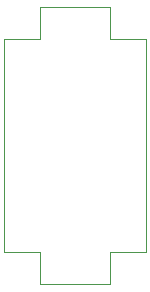
<source format=gbr>
G04 #@! TF.GenerationSoftware,KiCad,Pcbnew,7.0.2-6a45011f42~172~ubuntu22.04.1*
G04 #@! TF.CreationDate,2023-04-29T21:45:34-05:00*
G04 #@! TF.ProjectId,barrel,62617272-656c-42e6-9b69-6361645f7063,rev?*
G04 #@! TF.SameCoordinates,PX6f6d640PY735db10*
G04 #@! TF.FileFunction,Profile,NP*
%FSLAX46Y46*%
G04 Gerber Fmt 4.6, Leading zero omitted, Abs format (unit mm)*
G04 Created by KiCad (PCBNEW 7.0.2-6a45011f42~172~ubuntu22.04.1) date 2023-04-29 21:45:34*
%MOMM*%
%LPD*%
G01*
G04 APERTURE LIST*
G04 #@! TA.AperFunction,Profile*
%ADD10C,0.100000*%
G04 #@! TD*
G04 APERTURE END LIST*
D10*
X12000000Y2750000D02*
X12000000Y20750000D01*
X0Y2750000D02*
X3000000Y2750000D01*
X0Y20750000D02*
X0Y2750000D01*
X9000000Y0D02*
X3000000Y0D01*
X3000000Y2750000D02*
X3000000Y0D01*
X0Y20750000D02*
X3000000Y20750000D01*
X3000000Y20750000D02*
X3000000Y23500000D01*
X12000000Y20750000D02*
X9000000Y20750000D01*
X12000000Y2750000D02*
X9000000Y2750000D01*
X9000000Y20750000D02*
X9000000Y23500000D01*
X9000000Y2750000D02*
X9000000Y0D01*
X9000000Y23500000D02*
X3000000Y23500000D01*
M02*

</source>
